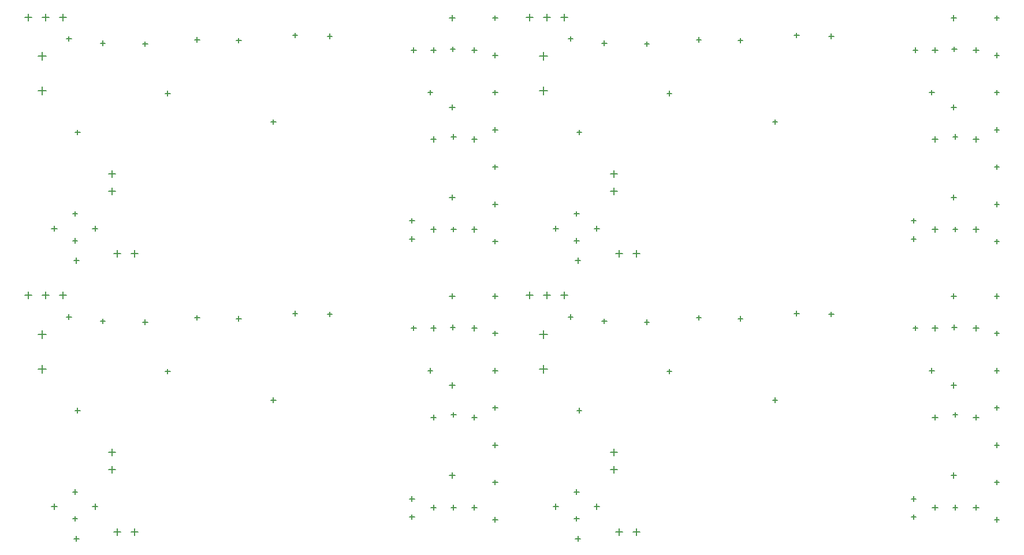
<source format=gbr>
%TF.GenerationSoftware,Altium Limited,Altium Designer,23.1.1 (15)*%
G04 Layer_Color=128*
%FSLAX45Y45*%
%MOMM*%
%TF.SameCoordinates,4CCFFED5-D059-4900-A68D-9618ACEA1AB5*%
%TF.FilePolarity,Positive*%
%TF.FileFunction,Drillmap*%
%TF.Part,CustomerPanel*%
G01*
G75*
%TA.AperFunction,NonConductor*%
%ADD40C,0.12700*%
D40*
X9134599Y7822897D02*
X9214599D01*
X9174599Y7782897D02*
Y7862897D01*
X8859601Y7352897D02*
X8939601D01*
X8899601Y7312897D02*
Y7392897D01*
X9459600Y7352900D02*
X9539600D01*
X9499600Y7312900D02*
Y7392900D01*
X4470400Y4368800D02*
X4572000D01*
X4521200Y4318000D02*
Y4419600D01*
X4216400Y4368800D02*
X4318000D01*
X4267200Y4318000D02*
Y4419600D01*
X9134599Y5193997D02*
X9214599D01*
X9174599Y5153997D02*
Y5233997D01*
X8859601Y4723997D02*
X8939601D01*
X8899601Y4683997D02*
Y4763997D01*
X9459600Y4724000D02*
X9539600D01*
X9499600Y4684000D02*
Y4764000D01*
X3417100Y7835900D02*
X3517100D01*
X3467100Y7785900D02*
Y7885900D01*
X2909100Y7835900D02*
X3009100D01*
X2959100Y7785900D02*
Y7885900D01*
X3163100Y7835900D02*
X3263100D01*
X3213100Y7785900D02*
Y7885900D01*
X9134599Y6514797D02*
X9214599D01*
X9174599Y6474797D02*
Y6554797D01*
X8859601Y6044797D02*
X8939601D01*
X8899601Y6004797D02*
Y6084797D01*
X9459600Y6044800D02*
X9539600D01*
X9499600Y6004800D02*
Y6084800D01*
X3300100Y4737100D02*
X3380100D01*
X3340100Y4697100D02*
Y4777100D01*
X3900099Y4737103D02*
X3980099D01*
X3940099Y4697103D02*
Y4777103D01*
X3625101Y4267103D02*
X3705101D01*
X3665101Y4227103D02*
Y4307103D01*
X4141000Y5537200D02*
X4241000D01*
X4191000Y5487200D02*
Y5587200D01*
X4141000Y5283200D02*
X4241000D01*
X4191000Y5233200D02*
Y5333200D01*
X3102300Y7264400D02*
X3222300D01*
X3162300Y7204400D02*
Y7324400D01*
X3102300Y6756400D02*
X3222300D01*
X3162300Y6696400D02*
Y6816400D01*
X8575040Y7353300D02*
X8646160D01*
X8610600Y7317740D02*
Y7388860D01*
X9146540Y7366000D02*
X9217660D01*
X9182100Y7330440D02*
Y7401560D01*
X9159240Y6083300D02*
X9230360D01*
X9194800Y6047740D02*
Y6118860D01*
X9159240Y4724400D02*
X9230360D01*
X9194800Y4688840D02*
Y4759960D01*
X3520440Y7518400D02*
X3591560D01*
X3556000Y7482840D02*
Y7553960D01*
X3609340Y4559300D02*
X3680460D01*
X3644900Y4523740D02*
Y4594860D01*
X3609340Y4953000D02*
X3680460D01*
X3644900Y4917440D02*
Y4988560D01*
X4638040Y7442200D02*
X4709160D01*
X4673600Y7406640D02*
Y7477760D01*
X4015740Y7454900D02*
X4086860D01*
X4051300Y7419340D02*
Y7490460D01*
X6009640Y7493000D02*
X6080760D01*
X6045200Y7457440D02*
Y7528560D01*
X5400040Y7505700D02*
X5471160D01*
X5435600Y7470140D02*
Y7541260D01*
X7343140Y7556500D02*
X7414260D01*
X7378700Y7520940D02*
Y7592060D01*
X6835140Y7569200D02*
X6906260D01*
X6870700Y7533640D02*
Y7604760D01*
X9768840Y4546600D02*
X9839960D01*
X9804400Y4511040D02*
Y4582160D01*
X9768840Y5092700D02*
X9839960D01*
X9804400Y5057140D02*
Y5128260D01*
X9768840Y5638800D02*
X9839960D01*
X9804400Y5603240D02*
Y5674360D01*
X9768840Y6184900D02*
X9839960D01*
X9804400Y6149340D02*
Y6220460D01*
X9768840Y6731000D02*
X9839960D01*
X9804400Y6695440D02*
Y6766560D01*
X9768840Y7277100D02*
X9839960D01*
X9804400Y7241540D02*
Y7312660D01*
X9768840Y7823200D02*
X9839960D01*
X9804400Y7787640D02*
Y7858760D01*
X8549640Y4584700D02*
X8620760D01*
X8585200Y4549140D02*
Y4620260D01*
X8549640Y4851400D02*
X8620760D01*
X8585200Y4815840D02*
Y4886960D01*
X4968240Y6718300D02*
X5039360D01*
X5003800Y6682740D02*
Y6753860D01*
X3647440Y6146800D02*
X3718560D01*
X3683000Y6111240D02*
Y6182360D01*
X8816340Y6731000D02*
X8887460D01*
X8851900Y6695440D02*
Y6766560D01*
X6517640Y6299200D02*
X6588760D01*
X6553200Y6263640D02*
Y6334760D01*
X16487898Y7822897D02*
X16567899D01*
X16527899Y7782897D02*
Y7862897D01*
X16212901Y7352897D02*
X16292902D01*
X16252901Y7312897D02*
Y7392897D01*
X16812900Y7352900D02*
X16892900D01*
X16852901Y7312900D02*
Y7392900D01*
X11823700Y4368800D02*
X11925300D01*
X11874500Y4318000D02*
Y4419600D01*
X11569700Y4368800D02*
X11671300D01*
X11620500Y4318000D02*
Y4419600D01*
X16487898Y5193997D02*
X16567899D01*
X16527899Y5153997D02*
Y5233997D01*
X16212901Y4723997D02*
X16292902D01*
X16252901Y4683997D02*
Y4763997D01*
X16812900Y4724000D02*
X16892900D01*
X16852901Y4684000D02*
Y4764000D01*
X10770400Y7835900D02*
X10870400D01*
X10820400Y7785900D02*
Y7885900D01*
X10262400Y7835900D02*
X10362400D01*
X10312400Y7785900D02*
Y7885900D01*
X10516400Y7835900D02*
X10616400D01*
X10566400Y7785900D02*
Y7885900D01*
X16487898Y6514797D02*
X16567899D01*
X16527899Y6474797D02*
Y6554797D01*
X16212901Y6044797D02*
X16292902D01*
X16252901Y6004797D02*
Y6084797D01*
X16812900Y6044800D02*
X16892900D01*
X16852901Y6004800D02*
Y6084800D01*
X10653400Y4737100D02*
X10733400D01*
X10693400Y4697100D02*
Y4777100D01*
X11253399Y4737103D02*
X11333399D01*
X11293399Y4697103D02*
Y4777103D01*
X10978401Y4267103D02*
X11058401D01*
X11018401Y4227103D02*
Y4307103D01*
X11494300Y5537200D02*
X11594300D01*
X11544300Y5487200D02*
Y5587200D01*
X11494300Y5283200D02*
X11594300D01*
X11544300Y5233200D02*
Y5333200D01*
X10455600Y7264400D02*
X10575600D01*
X10515600Y7204400D02*
Y7324400D01*
X10455600Y6756400D02*
X10575600D01*
X10515600Y6696400D02*
Y6816400D01*
X15928340Y7353300D02*
X15999460D01*
X15963901Y7317740D02*
Y7388860D01*
X16499840Y7366000D02*
X16570959D01*
X16535400Y7330440D02*
Y7401560D01*
X16512540Y6083300D02*
X16583659D01*
X16548100Y6047740D02*
Y6118860D01*
X16512540Y4724400D02*
X16583659D01*
X16548100Y4688840D02*
Y4759960D01*
X10873740Y7518400D02*
X10944860D01*
X10909300Y7482840D02*
Y7553960D01*
X10962640Y4559300D02*
X11033760D01*
X10998200Y4523740D02*
Y4594860D01*
X10962640Y4953000D02*
X11033760D01*
X10998200Y4917440D02*
Y4988560D01*
X11991340Y7442200D02*
X12062460D01*
X12026900Y7406640D02*
Y7477760D01*
X11369040Y7454900D02*
X11440160D01*
X11404600Y7419340D02*
Y7490460D01*
X13362939Y7493000D02*
X13434061D01*
X13398500Y7457440D02*
Y7528560D01*
X12753340Y7505700D02*
X12824460D01*
X12788900Y7470140D02*
Y7541260D01*
X14696440Y7556500D02*
X14767560D01*
X14732001Y7520940D02*
Y7592060D01*
X14188440Y7569200D02*
X14259560D01*
X14224001Y7533640D02*
Y7604760D01*
X17122141Y4546600D02*
X17193260D01*
X17157700Y4511040D02*
Y4582160D01*
X17122141Y5092700D02*
X17193260D01*
X17157700Y5057140D02*
Y5128260D01*
X17122141Y5638800D02*
X17193260D01*
X17157700Y5603240D02*
Y5674360D01*
X17122141Y6184900D02*
X17193260D01*
X17157700Y6149340D02*
Y6220460D01*
X17122141Y6731000D02*
X17193260D01*
X17157700Y6695440D02*
Y6766560D01*
X17122141Y7277100D02*
X17193260D01*
X17157700Y7241540D02*
Y7312660D01*
X17122141Y7823200D02*
X17193260D01*
X17157700Y7787640D02*
Y7858760D01*
X15902940Y4584700D02*
X15974060D01*
X15938499Y4549140D02*
Y4620260D01*
X15902940Y4851400D02*
X15974060D01*
X15938499Y4815840D02*
Y4886960D01*
X12321540Y6718300D02*
X12392660D01*
X12357100Y6682740D02*
Y6753860D01*
X11000740Y6146800D02*
X11071860D01*
X11036300Y6111240D02*
Y6182360D01*
X16169640Y6731000D02*
X16240759D01*
X16205200Y6695440D02*
Y6766560D01*
X13870940Y6299200D02*
X13942059D01*
X13906500Y6263640D02*
Y6334760D01*
X9134599Y11899597D02*
X9214599D01*
X9174599Y11859597D02*
Y11939597D01*
X8859601Y11429597D02*
X8939601D01*
X8899601Y11389597D02*
Y11469597D01*
X9459600Y11429600D02*
X9539600D01*
X9499600Y11389600D02*
Y11469600D01*
X4470400Y8445500D02*
X4572000D01*
X4521200Y8394700D02*
Y8496300D01*
X4216400Y8445500D02*
X4318000D01*
X4267200Y8394700D02*
Y8496300D01*
X9134599Y9270697D02*
X9214599D01*
X9174599Y9230697D02*
Y9310697D01*
X8859601Y8800697D02*
X8939601D01*
X8899601Y8760697D02*
Y8840697D01*
X9459600Y8800700D02*
X9539600D01*
X9499600Y8760700D02*
Y8840700D01*
X3417100Y11912600D02*
X3517100D01*
X3467100Y11862600D02*
Y11962600D01*
X2909100Y11912600D02*
X3009100D01*
X2959100Y11862600D02*
Y11962600D01*
X3163100Y11912600D02*
X3263100D01*
X3213100Y11862600D02*
Y11962600D01*
X9134599Y10591497D02*
X9214599D01*
X9174599Y10551497D02*
Y10631497D01*
X8859601Y10121497D02*
X8939601D01*
X8899601Y10081497D02*
Y10161497D01*
X9459600Y10121500D02*
X9539600D01*
X9499600Y10081500D02*
Y10161500D01*
X3300100Y8813800D02*
X3380100D01*
X3340100Y8773800D02*
Y8853800D01*
X3900099Y8813803D02*
X3980099D01*
X3940099Y8773803D02*
Y8853803D01*
X3625101Y8343803D02*
X3705101D01*
X3665101Y8303803D02*
Y8383803D01*
X4141000Y9613900D02*
X4241000D01*
X4191000Y9563900D02*
Y9663900D01*
X4141000Y9359900D02*
X4241000D01*
X4191000Y9309900D02*
Y9409900D01*
X3102300Y11341100D02*
X3222300D01*
X3162300Y11281100D02*
Y11401100D01*
X3102300Y10833100D02*
X3222300D01*
X3162300Y10773100D02*
Y10893100D01*
X8575040Y11430000D02*
X8646160D01*
X8610600Y11394440D02*
Y11465560D01*
X9146540Y11442700D02*
X9217660D01*
X9182100Y11407140D02*
Y11478260D01*
X9159240Y10160000D02*
X9230360D01*
X9194800Y10124440D02*
Y10195560D01*
X9159240Y8801100D02*
X9230360D01*
X9194800Y8765540D02*
Y8836660D01*
X3520440Y11595100D02*
X3591560D01*
X3556000Y11559540D02*
Y11630660D01*
X3609340Y8636000D02*
X3680460D01*
X3644900Y8600440D02*
Y8671560D01*
X3609340Y9029700D02*
X3680460D01*
X3644900Y8994140D02*
Y9065260D01*
X4638040Y11518900D02*
X4709160D01*
X4673600Y11483340D02*
Y11554460D01*
X4015740Y11531600D02*
X4086860D01*
X4051300Y11496040D02*
Y11567160D01*
X6009640Y11569700D02*
X6080760D01*
X6045200Y11534140D02*
Y11605260D01*
X5400040Y11582400D02*
X5471160D01*
X5435600Y11546840D02*
Y11617960D01*
X7343140Y11633200D02*
X7414260D01*
X7378700Y11597640D02*
Y11668760D01*
X6835140Y11645900D02*
X6906260D01*
X6870700Y11610340D02*
Y11681460D01*
X9768840Y8623300D02*
X9839960D01*
X9804400Y8587740D02*
Y8658860D01*
X9768840Y9169400D02*
X9839960D01*
X9804400Y9133840D02*
Y9204960D01*
X9768840Y9715500D02*
X9839960D01*
X9804400Y9679940D02*
Y9751060D01*
X9768840Y10261600D02*
X9839960D01*
X9804400Y10226040D02*
Y10297160D01*
X9768840Y10807700D02*
X9839960D01*
X9804400Y10772140D02*
Y10843260D01*
X9768840Y11353800D02*
X9839960D01*
X9804400Y11318240D02*
Y11389360D01*
X9768840Y11899900D02*
X9839960D01*
X9804400Y11864340D02*
Y11935460D01*
X8549640Y8661400D02*
X8620760D01*
X8585200Y8625840D02*
Y8696960D01*
X8549640Y8928100D02*
X8620760D01*
X8585200Y8892540D02*
Y8963660D01*
X4968240Y10795000D02*
X5039360D01*
X5003800Y10759440D02*
Y10830560D01*
X3647440Y10223500D02*
X3718560D01*
X3683000Y10187940D02*
Y10259060D01*
X8816340Y10807700D02*
X8887460D01*
X8851900Y10772140D02*
Y10843260D01*
X6517640Y10375900D02*
X6588760D01*
X6553200Y10340340D02*
Y10411460D01*
X16487898Y11899597D02*
X16567899D01*
X16527899Y11859597D02*
Y11939597D01*
X16212901Y11429597D02*
X16292902D01*
X16252901Y11389597D02*
Y11469597D01*
X16812900Y11429600D02*
X16892900D01*
X16852901Y11389600D02*
Y11469600D01*
X11823700Y8445500D02*
X11925300D01*
X11874500Y8394700D02*
Y8496300D01*
X11569700Y8445500D02*
X11671300D01*
X11620500Y8394700D02*
Y8496300D01*
X16487898Y9270697D02*
X16567899D01*
X16527899Y9230697D02*
Y9310697D01*
X16212901Y8800697D02*
X16292902D01*
X16252901Y8760697D02*
Y8840697D01*
X16812900Y8800700D02*
X16892900D01*
X16852901Y8760700D02*
Y8840700D01*
X10770400Y11912600D02*
X10870400D01*
X10820400Y11862600D02*
Y11962600D01*
X10262400Y11912600D02*
X10362400D01*
X10312400Y11862600D02*
Y11962600D01*
X10516400Y11912600D02*
X10616400D01*
X10566400Y11862600D02*
Y11962600D01*
X16487898Y10591497D02*
X16567899D01*
X16527899Y10551497D02*
Y10631497D01*
X16212901Y10121497D02*
X16292902D01*
X16252901Y10081497D02*
Y10161497D01*
X16812900Y10121500D02*
X16892900D01*
X16852901Y10081500D02*
Y10161500D01*
X10653400Y8813800D02*
X10733400D01*
X10693400Y8773800D02*
Y8853800D01*
X11253399Y8813803D02*
X11333399D01*
X11293399Y8773803D02*
Y8853803D01*
X10978401Y8343803D02*
X11058401D01*
X11018401Y8303803D02*
Y8383803D01*
X11494300Y9613900D02*
X11594300D01*
X11544300Y9563900D02*
Y9663900D01*
X11494300Y9359900D02*
X11594300D01*
X11544300Y9309900D02*
Y9409900D01*
X10455600Y11341100D02*
X10575600D01*
X10515600Y11281100D02*
Y11401100D01*
X10455600Y10833100D02*
X10575600D01*
X10515600Y10773100D02*
Y10893100D01*
X15928340Y11430000D02*
X15999460D01*
X15963901Y11394440D02*
Y11465560D01*
X16499840Y11442700D02*
X16570959D01*
X16535400Y11407140D02*
Y11478260D01*
X16512540Y10160000D02*
X16583659D01*
X16548100Y10124440D02*
Y10195560D01*
X16512540Y8801100D02*
X16583659D01*
X16548100Y8765540D02*
Y8836660D01*
X10873740Y11595100D02*
X10944860D01*
X10909300Y11559540D02*
Y11630660D01*
X10962640Y8636000D02*
X11033760D01*
X10998200Y8600440D02*
Y8671560D01*
X10962640Y9029700D02*
X11033760D01*
X10998200Y8994140D02*
Y9065260D01*
X11991340Y11518900D02*
X12062460D01*
X12026900Y11483340D02*
Y11554460D01*
X11369040Y11531600D02*
X11440160D01*
X11404600Y11496040D02*
Y11567160D01*
X13362939Y11569700D02*
X13434061D01*
X13398500Y11534140D02*
Y11605260D01*
X12753340Y11582400D02*
X12824460D01*
X12788900Y11546840D02*
Y11617960D01*
X14696440Y11633200D02*
X14767560D01*
X14732001Y11597640D02*
Y11668760D01*
X14188440Y11645900D02*
X14259560D01*
X14224001Y11610340D02*
Y11681460D01*
X17122141Y8623300D02*
X17193260D01*
X17157700Y8587740D02*
Y8658860D01*
X17122141Y9169400D02*
X17193260D01*
X17157700Y9133840D02*
Y9204960D01*
X17122141Y9715500D02*
X17193260D01*
X17157700Y9679940D02*
Y9751060D01*
X17122141Y10261600D02*
X17193260D01*
X17157700Y10226040D02*
Y10297160D01*
X17122141Y10807700D02*
X17193260D01*
X17157700Y10772140D02*
Y10843260D01*
X17122141Y11353800D02*
X17193260D01*
X17157700Y11318240D02*
Y11389360D01*
X17122141Y11899900D02*
X17193260D01*
X17157700Y11864340D02*
Y11935460D01*
X15902940Y8661400D02*
X15974060D01*
X15938499Y8625840D02*
Y8696960D01*
X15902940Y8928100D02*
X15974060D01*
X15938499Y8892540D02*
Y8963660D01*
X12321540Y10795000D02*
X12392660D01*
X12357100Y10759440D02*
Y10830560D01*
X11000740Y10223500D02*
X11071860D01*
X11036300Y10187940D02*
Y10259060D01*
X16169640Y10807700D02*
X16240759D01*
X16205200Y10772140D02*
Y10843260D01*
X13870940Y10375900D02*
X13942059D01*
X13906500Y10340340D02*
Y10411460D01*
%TF.MD5,652ebe62b47fec6a7decafea7ce7e7ab*%
M02*

</source>
